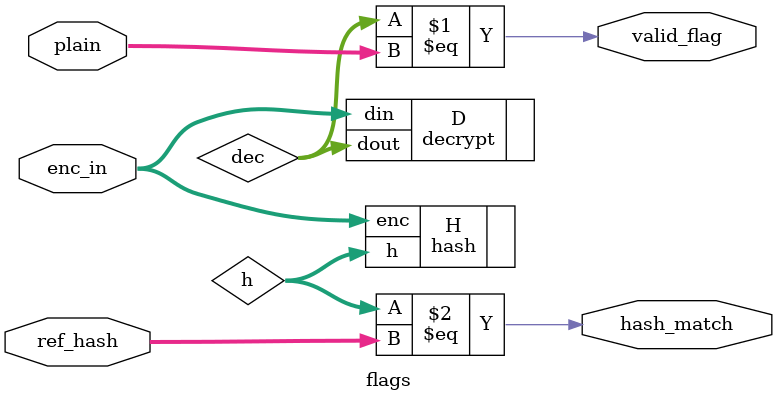
<source format=sv>
module flags(
input logic [7:0] plain,
input logic [7:0] enc_in,
input logic [7:0] ref_hash,
output logic valid_flag,
output logic hash_match
);
logic [7:0] dec;
decrypt D(.din(enc_in), .dout(dec));


logic [7:0] h;
hash H(.enc(enc_in), .h(h));


assign valid_flag = (dec == plain);
assign hash_match = (h == ref_hash);
endmodule
</source>
